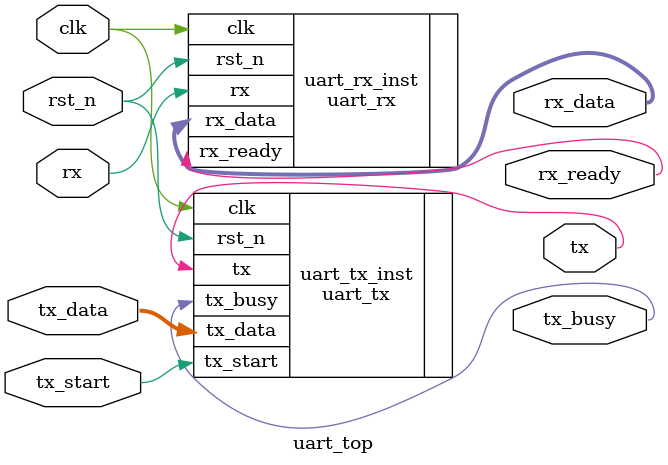
<source format=v>
module uart_top (
    input wire clk,
    input wire rst_n,
    input wire rx,
    input wire tx_start,
    input wire [7:0] tx_data,
    output wire tx,
    output wire [7:0] rx_data,
    output wire rx_ready,
    output wire tx_busy
);

    uart_tx uart_tx_inst (
        .clk(clk),
        .rst_n(rst_n),
        .tx_start(tx_start),
        .tx_data(tx_data),
        .tx(tx),
        .tx_busy(tx_busy)
    );

    uart_rx uart_rx_inst (
        .clk(clk),
        .rst_n(rst_n),
        .rx(rx),
        .rx_data(rx_data),
        .rx_ready(rx_ready)
    );

endmodule

</source>
